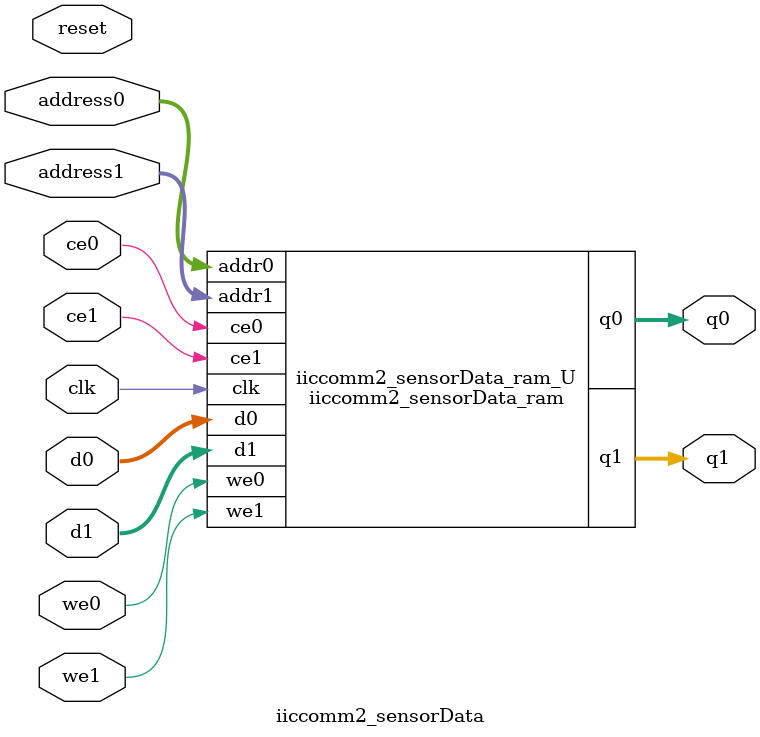
<source format=v>

`timescale 1 ns / 1 ps
module iiccomm2_sensorData_ram (addr0, ce0, d0, we0, q0, addr1, ce1, d1, we1, q1,  clk);

parameter DWIDTH = 32;
parameter AWIDTH = 3;
parameter MEM_SIZE = 6;

input[AWIDTH-1:0] addr0;
input ce0;
input[DWIDTH-1:0] d0;
input we0;
output reg[DWIDTH-1:0] q0;
input[AWIDTH-1:0] addr1;
input ce1;
input[DWIDTH-1:0] d1;
input we1;
output reg[DWIDTH-1:0] q1;
input clk;

(* ram_style = "block" *)reg [DWIDTH-1:0] ram[0:MEM_SIZE-1];




always @(posedge clk)  
begin 
    if (ce0) 
    begin
        if (we0) 
        begin 
            ram[addr0] <= d0; 
            q0 <= d0;
        end 
        else 
            q0 <= ram[addr0];
    end
end


always @(posedge clk)  
begin 
    if (ce1) 
    begin
        if (we1) 
        begin 
            ram[addr1] <= d1; 
            q1 <= d1;
        end 
        else 
            q1 <= ram[addr1];
    end
end


endmodule


`timescale 1 ns / 1 ps
module iiccomm2_sensorData(
    reset,
    clk,
    address0,
    ce0,
    we0,
    d0,
    q0,
    address1,
    ce1,
    we1,
    d1,
    q1);

parameter DataWidth = 32'd32;
parameter AddressRange = 32'd6;
parameter AddressWidth = 32'd3;
input reset;
input clk;
input[AddressWidth - 1:0] address0;
input ce0;
input we0;
input[DataWidth - 1:0] d0;
output[DataWidth - 1:0] q0;
input[AddressWidth - 1:0] address1;
input ce1;
input we1;
input[DataWidth - 1:0] d1;
output[DataWidth - 1:0] q1;



iiccomm2_sensorData_ram iiccomm2_sensorData_ram_U(
    .clk( clk ),
    .addr0( address0 ),
    .ce0( ce0 ),
    .d0( d0 ),
    .we0( we0 ),
    .q0( q0 ),
    .addr1( address1 ),
    .ce1( ce1 ),
    .d1( d1 ),
    .we1( we1 ),
    .q1( q1 ));

endmodule


</source>
